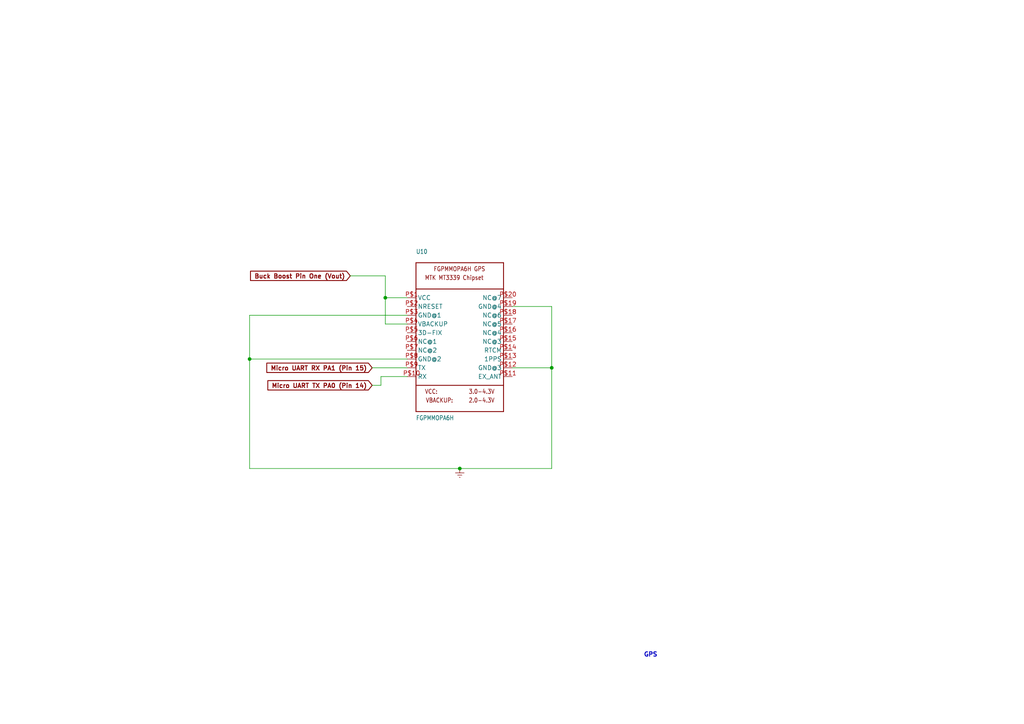
<source format=kicad_sch>
(kicad_sch (version 20231120) (generator "eeschema") (generator_version "8.0")
  (paper "A4")
  (lib_symbols
    (symbol "Adafruit Ultimate GPS Hat-eagle-import:GPS_FGPMMOPA6H"
      (property "Reference" "U" (at -12.7 22.86 0))
      (symbol "GPS_FGPMMOPA6H_1_0"
        (polyline (pts (xy -12.7 -22.86) (xy -12.7 -15.24)) (stroke (width 0.254)))
        (polyline (pts (xy -12.7 -15.24) (xy -12.7 12.7)) (stroke (width 0.254)))
        (polyline (pts (xy -12.7 -15.24) (xy 12.7 -15.24)) (stroke (width 0.254)))
        (polyline (pts (xy -12.7 12.7) (xy -12.7 20.32)) (stroke (width 0.254)))
        (polyline (pts (xy -12.7 12.7) (xy 12.7 12.7)) (stroke (width 0.254)))
        (polyline (pts (xy -12.7 20.32) (xy 12.7 20.32)) (stroke (width 0.254)))
        (polyline (pts (xy 12.7 -22.86) (xy -12.7 -22.86)) (stroke (width 0.254)))
        (polyline (pts (xy 12.7 12.7) (xy 12.7 -22.86)) (stroke (width 0.254)))
        (polyline (pts (xy 12.7 20.32) (xy 12.7 12.7)) (stroke (width 0.254)))
        (text "2.0-4.3V" (at 2.54 -20.32 0) (effects (font (size 1.27 1.0795)) (justify left bottom)))
        (text "3.0-4.3V" (at 2.54 -17.78 0) (effects (font (size 1.27 1.0795)) (justify left bottom)))
        (text "FGPMMOPA6H GPS" (at -7.62 17.78 0) (effects (font (size 1.27 1.0795)) (justify left bottom)))
        (text "MTK MT3339 Chipset" (at -10.16 15.24 0) (effects (font (size 1.27 1.0795)) (justify left bottom)))
        (text "VBACKUP:" (at -9.906 -20.32 0) (effects (font (size 1.27 1.0795)) (justify left bottom)))
        (text "VCC:" (at -10.16 -17.78 0) (effects (font (size 1.27 1.0795)) (justify left bottom)))
        (pin bidirectional line (at -15.24 10.16 0) (length 2.54) (name "VCC") (number "P$1"))
        (pin bidirectional line (at -15.24 -12.7 0) (length 2.54) (name "RX") (number "P$10"))
        (pin bidirectional line (at 15.24 -12.7 180) (length 2.54) (name "EX_ANT") (number "P$11"))
        (pin bidirectional line (at 15.24 -10.16 180) (length 2.54) (name "GND@3") (number "P$12"))
        (pin bidirectional line (at 15.24 -7.62 180) (length 2.54) (name "1PPS") (number "P$13"))
        (pin bidirectional line (at 15.24 -5.08 180) (length 2.54) (name "RTCM") (number "P$14"))
        (pin bidirectional line (at 15.24 -2.54 180) (length 2.54) (name "NC@3") (number "P$15"))
        (pin bidirectional line (at 15.24 0 180) (length 2.54) (name "NC@4") (number "P$16"))
        (pin bidirectional line (at 15.24 2.54 180) (length 2.54) (name "NC@5") (number "P$17"))
        (pin bidirectional line (at 15.24 5.08 180) (length 2.54) (name "NC@6") (number "P$18"))
        (pin bidirectional line (at 15.24 7.62 180) (length 2.54) (name "GND@4") (number "P$19"))
        (pin bidirectional line (at -15.24 7.62 0) (length 2.54) (name "NRESET") (number "P$2"))
        (pin bidirectional line (at 15.24 10.16 180) (length 2.54) (name "NC@7") (number "P$20"))
        (pin bidirectional line (at -15.24 5.08 0) (length 2.54) (name "GND@1") (number "P$3"))
        (pin bidirectional line (at -15.24 2.54 0) (length 2.54) (name "VBACKUP") (number "P$4"))
        (pin bidirectional line (at -15.24 0 0) (length 2.54) (name "3D-FIX") (number "P$5"))
        (pin bidirectional line (at -15.24 -2.54 0) (length 2.54) (name "NC@1") (number "P$6"))
        (pin bidirectional line (at -15.24 -5.08 0) (length 2.54) (name "NC@2") (number "P$7"))
        (pin bidirectional line (at -15.24 -7.62 0) (length 2.54) (name "GND@2") (number "P$8"))
        (pin bidirectional line (at -15.24 -10.16 0) (length 2.54) (name "TX") (number "P$9"))
      )
    )
    (symbol "power:Earth" (power) (pin_names (offset 0))
      (symbol "Earth_0_1"
        (polyline (pts (xy -0.635 -1.905) (xy 0.635 -1.905)))
        (polyline (pts (xy -0.127 -2.54) (xy 0.127 -2.54)))
        (polyline (pts (xy 0 -1.27) (xy 0 0)))
        (polyline (pts (xy 1.27 -1.27) (xy -1.27 -1.27)))
      )
      (symbol "Earth_1_1"
        (pin power_in line (at 0 0 270) (length 0) hide (name "Earth") (number "1"))
      )
    )
  )
  (junction (at 160.02 106.68))
  (junction (at 72.39 104.14))
  (junction (at 111.76 86.36))
  (junction (at 133.35 135.89))
  (wire (pts (xy 72.39 135.89) (xy 133.35 135.89)))
  (wire (pts (xy 160.02 106.68) (xy 160.02 135.89)))
  (wire (pts (xy 111.76 80.01) (xy 111.76 86.36)))
  (wire (pts (xy 118.11 93.98) (xy 111.76 93.98)))
  (wire (pts (xy 110.49 111.76) (xy 107.95 111.76)))
  (wire (pts (xy 111.76 86.36) (xy 118.11 86.36)))
  (wire (pts (xy 148.59 88.9) (xy 160.02 88.9)))
  (wire (pts (xy 160.02 135.89) (xy 133.35 135.89)))
  (wire (pts (xy 72.39 104.14) (xy 72.39 135.89)))
  (wire (pts (xy 101.6 80.01) (xy 111.76 80.01)))
  (wire (pts (xy 118.11 109.22) (xy 110.49 109.22)))
  (wire (pts (xy 111.76 86.36) (xy 111.76 93.98)))
  (wire (pts (xy 110.49 109.22) (xy 110.49 111.76)))
  (wire (pts (xy 72.39 91.44) (xy 118.11 91.44)))
  (wire (pts (xy 160.02 88.9) (xy 160.02 106.68)))
  (wire (pts (xy 72.39 91.44) (xy 72.39 104.14)))
  (wire (pts (xy 107.95 106.68) (xy 118.11 106.68)))
  (wire (pts (xy 72.39 104.14) (xy 118.11 104.14)))
  (wire (pts (xy 148.59 106.68) (xy 160.02 106.68)))
  (text "GPS\n" (at 188.722 189.992 0) (effects (font (size 1.27 1.27) (thickness 0.254) (bold yes))))
  (global_label "Micro UART RX PA1 (Pin 15)" (shape input) (at 107.95 106.68 180) (effects (font (bold yes))) (property "Intersheetrefs" "${INTERSHEET_REFS}" (effects (hide yes))))
  (global_label "Buck Boost Pin One (Vout)" (shape input) (at 101.6 80.01 180) (effects (font (bold yes))) (property "Intersheetrefs" "${INTERSHEET_REFS}" (effects (hide yes))))
  (global_label "Micro UART TX PA0 (Pin 14)" (shape input) (at 107.95 111.76 180) (effects (font (bold yes))) (property "Intersheetrefs" "${INTERSHEET_REFS}" (effects (hide yes))))
  (symbol (lib_id "power:Earth") (at 133.35 135.89 0) (unit 1)
    (property "Reference" "#PWR08" (effects (hide yes)))
    (property "Value" "Earth" (effects (hide yes)))
  )
  (symbol (lib_id "Adafruit Ultimate GPS Hat-eagle-import:GPS_FGPMMOPA6H") (at 133.35 96.52 0) (unit 1)
    (property "Reference" "U10" (at 120.65 73.66 0) (effects (font (size 1.27 1.0795)) (justify left bottom)))
    (property "Value" "FGPMMOPA6H" (at 120.65 121.92 0) (effects (font (size 1.27 1.0795)) (justify left bottom)))
    (property "Footprint" "GPS Module:FGPMMOPA6H" (effects (hide yes)))
  )
)
</source>
